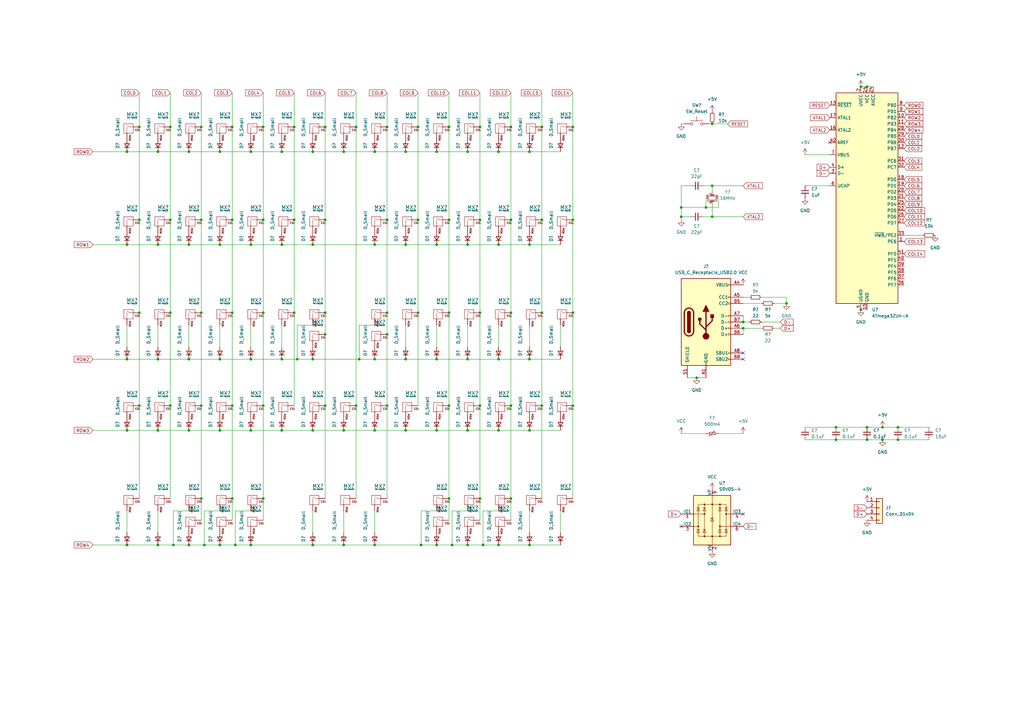
<source format=kicad_sch>
(kicad_sch (version 20211123) (generator eeschema)
  (paper "A3")
  (junction (at 353.06 127))
  (junction (at 82.55 52.07))
  (junction (at 353.06 35.56))
  (junction (at 102.87 62.23))
  (junction (at 95.25 52.07))
  (junction (at 222.25 90.17))
  (junction (at 166.37 147.32))
  (junction (at 82.55 90.17))
  (junction (at 279.4 88.9))
  (junction (at 69.85 90.17))
  (junction (at 217.17 100.33))
  (junction (at 166.37 176.53))
  (junction (at 120.65 90.17))
  (junction (at 120.65 128.27))
  (junction (at 69.85 128.27))
  (junction (at 153.67 147.32))
  (junction (at 185.42 223.52))
  (junction (at 171.45 128.27))
  (junction (at 102.87 223.52))
  (junction (at 209.55 204.47))
  (junction (at 204.47 147.32))
  (junction (at 355.6 35.56))
  (junction (at 191.77 176.53))
  (junction (at 322.58 124.46))
  (junction (at 292.1 88.9))
  (junction (at 52.07 100.33))
  (junction (at 209.55 128.27))
  (junction (at 64.77 176.53))
  (junction (at 368.3 180.34))
  (junction (at 196.85 128.27))
  (junction (at 209.55 90.17))
  (junction (at 115.57 62.23))
  (junction (at 77.47 62.23))
  (junction (at 77.47 176.53))
  (junction (at 128.27 100.33))
  (junction (at 234.95 90.17))
  (junction (at 204.47 100.33))
  (junction (at 234.95 166.37))
  (junction (at 140.97 223.52))
  (junction (at 115.57 147.32))
  (junction (at 153.67 223.52))
  (junction (at 107.95 204.47))
  (junction (at 196.85 166.37))
  (junction (at 234.95 128.27))
  (junction (at 355.6 175.26))
  (junction (at 204.47 176.53))
  (junction (at 95.25 166.37))
  (junction (at 57.15 52.07))
  (junction (at 107.95 128.27))
  (junction (at 222.25 166.37))
  (junction (at 133.35 52.07))
  (junction (at 204.47 62.23))
  (junction (at 57.15 166.37))
  (junction (at 153.67 176.53))
  (junction (at 153.67 62.23))
  (junction (at 184.15 90.17))
  (junction (at 196.85 52.07))
  (junction (at 158.75 52.07))
  (junction (at 71.12 223.52))
  (junction (at 77.47 100.33))
  (junction (at 166.37 100.33))
  (junction (at 52.07 147.32))
  (junction (at 179.07 223.52))
  (junction (at 153.67 100.33))
  (junction (at 184.15 128.27))
  (junction (at 361.95 180.34))
  (junction (at 217.17 223.52))
  (junction (at 191.77 147.32))
  (junction (at 146.05 52.07))
  (junction (at 90.17 100.33))
  (junction (at 90.17 62.23))
  (junction (at 77.47 147.32))
  (junction (at 158.75 166.37))
  (junction (at 147.32 147.32))
  (junction (at 171.45 52.07))
  (junction (at 217.17 62.23))
  (junction (at 95.25 128.27))
  (junction (at 158.75 90.17))
  (junction (at 196.85 90.17))
  (junction (at 361.95 175.26))
  (junction (at 166.37 62.23))
  (junction (at 209.55 52.07))
  (junction (at 179.07 176.53))
  (junction (at 52.07 223.52))
  (junction (at 140.97 62.23))
  (junction (at 128.27 223.52))
  (junction (at 82.55 166.37))
  (junction (at 146.05 166.37))
  (junction (at 209.55 166.37))
  (junction (at 179.07 100.33))
  (junction (at 184.15 204.47))
  (junction (at 172.72 223.52))
  (junction (at 64.77 62.23))
  (junction (at 90.17 147.32))
  (junction (at 140.97 176.53))
  (junction (at 342.9 175.26))
  (junction (at 191.77 100.33))
  (junction (at 90.17 176.53))
  (junction (at 115.57 100.33))
  (junction (at 279.4 85.09))
  (junction (at 82.55 204.47))
  (junction (at 158.75 128.27))
  (junction (at 304.8 134.62))
  (junction (at 133.35 137.16))
  (junction (at 217.17 176.53))
  (junction (at 204.47 223.52))
  (junction (at 102.87 100.33))
  (junction (at 133.35 90.17))
  (junction (at 52.07 62.23))
  (junction (at 128.27 147.32))
  (junction (at 57.15 128.27))
  (junction (at 304.8 132.08))
  (junction (at 191.77 62.23))
  (junction (at 234.95 52.07))
  (junction (at 196.85 204.47))
  (junction (at 222.25 52.07))
  (junction (at 289.56 85.09))
  (junction (at 217.17 147.32))
  (junction (at 115.57 176.53))
  (junction (at 292.1 76.2))
  (junction (at 355.6 180.34))
  (junction (at 184.15 52.07))
  (junction (at 198.12 223.52))
  (junction (at 102.87 176.53))
  (junction (at 96.52 223.52))
  (junction (at 342.9 180.34))
  (junction (at 57.15 90.17))
  (junction (at 90.17 223.52))
  (junction (at 64.77 100.33))
  (junction (at 179.07 62.23))
  (junction (at 184.15 166.37))
  (junction (at 171.45 90.17))
  (junction (at 107.95 52.07))
  (junction (at 102.87 147.32))
  (junction (at 285.75 154.94))
  (junction (at 120.65 52.07))
  (junction (at 69.85 52.07))
  (junction (at 158.75 137.16))
  (junction (at 52.07 176.53))
  (junction (at 179.07 147.32))
  (junction (at 82.55 128.27))
  (junction (at 368.3 175.26))
  (junction (at 191.77 223.52))
  (junction (at 64.77 147.32))
  (junction (at 107.95 166.37))
  (junction (at 121.92 147.32))
  (junction (at 128.27 176.53))
  (junction (at 95.25 90.17))
  (junction (at 292.1 50.8))
  (junction (at 222.25 128.27))
  (junction (at 83.82 223.52))
  (junction (at 128.27 62.23))
  (junction (at 107.95 90.17))
  (junction (at 95.25 204.47))
  (junction (at 133.35 128.27))
  (junction (at 77.47 223.52))
  (junction (at 64.77 223.52))
  (junction (at 133.35 166.37))
  (junction (at 69.85 166.37))
  (no_connect (at 279.4 215.9))
  (no_connect (at 340.36 58.42))
  (no_connect (at 304.8 147.32))
  (no_connect (at 304.8 210.82))
  (no_connect (at 304.8 144.78))
  (wire (pts (xy 90.17 62.23) (xy 77.47 62.23)))
  (wire (pts (xy 179.07 223.52) (xy 185.42 223.52)))
  (wire (pts (xy 71.12 209.55) (xy 71.12 223.52)))
  (wire (pts (xy 217.17 142.24) (xy 217.17 133.35)))
  (wire (pts (xy 120.65 90.17) (xy 120.65 128.27)))
  (wire (pts (xy 133.35 90.17) (xy 133.35 128.27)))
  (wire (pts (xy 158.75 38.1) (xy 158.75 52.07)))
  (wire (pts (xy 158.75 137.16) (xy 158.75 166.37)))
  (wire (pts (xy 95.25 38.1) (xy 95.25 52.07)))
  (wire (pts (xy 294.64 177.8) (xy 304.8 177.8)))
  (wire (pts (xy 172.72 209.55) (xy 172.72 223.52)))
  (wire (pts (xy 281.94 154.94) (xy 285.75 154.94)))
  (wire (pts (xy 292.1 88.9) (xy 292.1 83.82)))
  (wire (pts (xy 198.12 223.52) (xy 204.47 223.52)))
  (wire (pts (xy 107.95 204.47) (xy 107.95 213.36)))
  (wire (pts (xy 147.32 147.32) (xy 153.67 147.32)))
  (wire (pts (xy 342.9 175.26) (xy 355.6 175.26)))
  (wire (pts (xy 330.2 63.5) (xy 340.36 63.5)))
  (wire (pts (xy 184.15 128.27) (xy 184.15 166.37)))
  (wire (pts (xy 196.85 90.17) (xy 196.85 128.27)))
  (wire (pts (xy 102.87 147.32) (xy 115.57 147.32)))
  (wire (pts (xy 289.56 81.28) (xy 289.56 85.09)))
  (wire (pts (xy 102.87 176.53) (xy 115.57 176.53)))
  (wire (pts (xy 90.17 209.55) (xy 83.82 209.55)))
  (wire (pts (xy 107.95 128.27) (xy 107.95 166.37)))
  (wire (pts (xy 209.55 52.07) (xy 209.55 90.17)))
  (wire (pts (xy 184.15 166.37) (xy 184.15 204.47)))
  (wire (pts (xy 285.75 154.94) (xy 289.56 154.94)))
  (wire (pts (xy 146.05 38.1) (xy 146.05 52.07)))
  (wire (pts (xy 64.77 223.52) (xy 71.12 223.52)))
  (wire (pts (xy 115.57 176.53) (xy 128.27 176.53)))
  (wire (pts (xy 128.27 218.44) (xy 128.27 209.55)))
  (wire (pts (xy 77.47 100.33) (xy 90.17 100.33)))
  (wire (pts (xy 57.15 128.27) (xy 57.15 166.37)))
  (wire (pts (xy 330.2 76.2) (xy 340.36 76.2)))
  (wire (pts (xy 198.12 209.55) (xy 198.12 223.52)))
  (wire (pts (xy 288.29 76.2) (xy 292.1 76.2)))
  (wire (pts (xy 368.3 175.26) (xy 381 175.26)))
  (wire (pts (xy 82.55 128.27) (xy 82.55 166.37)))
  (wire (pts (xy 196.85 38.1) (xy 196.85 52.07)))
  (wire (pts (xy 191.77 223.52) (xy 198.12 223.52)))
  (wire (pts (xy 191.77 100.33) (xy 204.47 100.33)))
  (wire (pts (xy 158.75 52.07) (xy 158.75 90.17)))
  (wire (pts (xy 120.65 38.1) (xy 120.65 52.07)))
  (wire (pts (xy 279.4 85.09) (xy 279.4 88.9)))
  (wire (pts (xy 166.37 147.32) (xy 179.07 147.32)))
  (wire (pts (xy 204.47 100.33) (xy 217.17 100.33)))
  (wire (pts (xy 38.1 147.32) (xy 52.07 147.32)))
  (wire (pts (xy 57.15 38.1) (xy 57.15 52.07)))
  (wire (pts (xy 120.65 52.07) (xy 120.65 90.17)))
  (wire (pts (xy 196.85 52.07) (xy 196.85 90.17)))
  (wire (pts (xy 107.95 52.07) (xy 107.95 90.17)))
  (wire (pts (xy 355.6 35.56) (xy 358.14 35.56)))
  (wire (pts (xy 361.95 180.34) (xy 368.3 180.34)))
  (wire (pts (xy 204.47 142.24) (xy 204.47 133.35)))
  (wire (pts (xy 307.34 132.08) (xy 304.8 132.08)))
  (wire (pts (xy 140.97 62.23) (xy 128.27 62.23)))
  (wire (pts (xy 342.9 180.34) (xy 355.6 180.34)))
  (wire (pts (xy 378.46 96.52) (xy 370.84 96.52)))
  (wire (pts (xy 292.1 76.2) (xy 304.8 76.2)))
  (wire (pts (xy 234.95 166.37) (xy 234.95 204.47)))
  (wire (pts (xy 209.55 166.37) (xy 209.55 204.47)))
  (wire (pts (xy 52.07 100.33) (xy 64.77 100.33)))
  (wire (pts (xy 82.55 38.1) (xy 82.55 52.07)))
  (wire (pts (xy 298.45 50.8) (xy 292.1 50.8)))
  (wire (pts (xy 96.52 223.52) (xy 102.87 223.52)))
  (wire (pts (xy 102.87 62.23) (xy 90.17 62.23)))
  (wire (pts (xy 77.47 223.52) (xy 83.82 223.52)))
  (wire (pts (xy 317.5 124.46) (xy 322.58 124.46)))
  (wire (pts (xy 52.07 223.52) (xy 64.77 223.52)))
  (wire (pts (xy 217.17 218.44) (xy 217.17 209.55)))
  (wire (pts (xy 140.97 218.44) (xy 140.97 209.55)))
  (wire (pts (xy 133.35 52.07) (xy 133.35 90.17)))
  (wire (pts (xy 234.95 38.1) (xy 234.95 52.07)))
  (wire (pts (xy 229.87 142.24) (xy 229.87 133.35)))
  (wire (pts (xy 307.34 121.92) (xy 304.8 121.92)))
  (wire (pts (xy 69.85 128.27) (xy 69.85 166.37)))
  (wire (pts (xy 330.2 180.34) (xy 342.9 180.34)))
  (wire (pts (xy 64.77 176.53) (xy 77.47 176.53)))
  (wire (pts (xy 191.77 176.53) (xy 204.47 176.53)))
  (wire (pts (xy 184.15 38.1) (xy 184.15 52.07)))
  (wire (pts (xy 77.47 62.23) (xy 64.77 62.23)))
  (wire (pts (xy 290.83 50.8) (xy 292.1 50.8)))
  (wire (pts (xy 102.87 209.55) (xy 96.52 209.55)))
  (wire (pts (xy 217.17 176.53) (xy 229.87 176.53)))
  (wire (pts (xy 102.87 100.33) (xy 115.57 100.33)))
  (wire (pts (xy 191.77 62.23) (xy 179.07 62.23)))
  (wire (pts (xy 82.55 204.47) (xy 82.55 213.36)))
  (wire (pts (xy 320.04 134.62) (xy 317.5 134.62)))
  (wire (pts (xy 128.27 62.23) (xy 115.57 62.23)))
  (wire (pts (xy 158.75 128.27) (xy 158.75 137.16)))
  (wire (pts (xy 96.52 209.55) (xy 96.52 223.52)))
  (wire (pts (xy 82.55 166.37) (xy 82.55 204.47)))
  (wire (pts (xy 312.42 134.62) (xy 304.8 134.62)))
  (wire (pts (xy 229.87 218.44) (xy 229.87 209.55)))
  (wire (pts (xy 184.15 204.47) (xy 184.15 213.36)))
  (wire (pts (xy 353.06 127) (xy 355.6 127)))
  (wire (pts (xy 204.47 209.55) (xy 198.12 209.55)))
  (wire (pts (xy 279.4 85.09) (xy 289.56 85.09)))
  (wire (pts (xy 234.95 52.07) (xy 234.95 90.17)))
  (wire (pts (xy 52.07 218.44) (xy 52.07 209.55)))
  (wire (pts (xy 304.8 134.62) (xy 304.8 137.16)))
  (wire (pts (xy 38.1 223.52) (xy 52.07 223.52)))
  (wire (pts (xy 179.07 62.23) (xy 166.37 62.23)))
  (wire (pts (xy 57.15 166.37) (xy 57.15 204.47)))
  (wire (pts (xy 133.35 38.1) (xy 133.35 52.07)))
  (wire (pts (xy 107.95 90.17) (xy 107.95 128.27)))
  (wire (pts (xy 102.87 142.24) (xy 102.87 133.35)))
  (wire (pts (xy 171.45 90.17) (xy 171.45 128.27)))
  (wire (pts (xy 222.25 90.17) (xy 222.25 128.27)))
  (wire (pts (xy 102.87 223.52) (xy 128.27 223.52)))
  (wire (pts (xy 217.17 62.23) (xy 204.47 62.23)))
  (wire (pts (xy 95.25 90.17) (xy 95.25 128.27)))
  (wire (pts (xy 292.1 76.2) (xy 292.1 78.74)))
  (wire (pts (xy 196.85 204.47) (xy 196.85 213.36)))
  (wire (pts (xy 355.6 175.26) (xy 361.95 175.26)))
  (wire (pts (xy 355.6 180.34) (xy 361.95 180.34)))
  (wire (pts (xy 57.15 90.17) (xy 57.15 128.27)))
  (wire (pts (xy 179.07 147.32) (xy 191.77 147.32)))
  (wire (pts (xy 82.55 90.17) (xy 82.55 128.27)))
  (wire (pts (xy 322.58 121.92) (xy 322.58 124.46)))
  (wire (pts (xy 52.07 142.24) (xy 52.07 133.35)))
  (wire (pts (xy 292.1 88.9) (xy 304.8 88.9)))
  (wire (pts (xy 133.35 166.37) (xy 133.35 204.47)))
  (wire (pts (xy 153.67 100.33) (xy 166.37 100.33)))
  (wire (pts (xy 95.25 52.07) (xy 95.25 90.17)))
  (wire (pts (xy 179.07 100.33) (xy 191.77 100.33)))
  (wire (pts (xy 128.27 223.52) (xy 140.97 223.52)))
  (wire (pts (xy 368.3 180.34) (xy 381 180.34)))
  (wire (pts (xy 52.07 147.32) (xy 64.77 147.32)))
  (wire (pts (xy 52.07 176.53) (xy 64.77 176.53)))
  (wire (pts (xy 95.25 204.47) (xy 95.25 213.36)))
  (wire (pts (xy 166.37 176.53) (xy 179.07 176.53)))
  (wire (pts (xy 209.55 90.17) (xy 209.55 128.27)))
  (wire (pts (xy 222.25 166.37) (xy 222.25 204.47)))
  (wire (pts (xy 185.42 223.52) (xy 191.77 223.52)))
  (wire (pts (xy 115.57 62.23) (xy 102.87 62.23)))
  (wire (pts (xy 77.47 209.55) (xy 71.12 209.55)))
  (wire (pts (xy 69.85 166.37) (xy 69.85 204.47)))
  (wire (pts (xy 361.95 175.26) (xy 368.3 175.26)))
  (wire (pts (xy 171.45 38.1) (xy 171.45 52.07)))
  (wire (pts (xy 171.45 128.27) (xy 171.45 166.37)))
  (wire (pts (xy 158.75 166.37) (xy 158.75 204.47)))
  (wire (pts (xy 52.07 62.23) (xy 38.1 62.23)))
  (wire (pts (xy 69.85 52.07) (xy 69.85 90.17)))
  (wire (pts (xy 121.92 133.35) (xy 121.92 147.32)))
  (wire (pts (xy 229.87 62.23) (xy 217.17 62.23)))
  (wire (pts (xy 153.67 218.44) (xy 153.67 209.55)))
  (wire (pts (xy 209.55 204.47) (xy 209.55 213.36)))
  (wire (pts (xy 330.2 175.26) (xy 342.9 175.26)))
  (wire (pts (xy 204.47 147.32) (xy 217.17 147.32)))
  (wire (pts (xy 166.37 142.24) (xy 166.37 133.35)))
  (wire (pts (xy 184.15 52.07) (xy 184.15 90.17)))
  (wire (pts (xy 133.35 128.27) (xy 133.35 137.16)))
  (wire (pts (xy 171.45 52.07) (xy 171.45 90.17)))
  (wire (pts (xy 179.07 176.53) (xy 191.77 176.53)))
  (wire (pts (xy 147.32 133.35) (xy 147.32 147.32)))
  (wire (pts (xy 204.47 176.53) (xy 217.17 176.53)))
  (wire (pts (xy 153.67 176.53) (xy 166.37 176.53)))
  (wire (pts (xy 279.4 90.17) (xy 279.4 88.9)))
  (wire (pts (xy 234.95 128.27) (xy 234.95 166.37)))
  (wire (pts (xy 191.77 142.24) (xy 191.77 133.35)))
  (wire (pts (xy 353.06 35.56) (xy 355.6 35.56)))
  (wire (pts (xy 196.85 166.37) (xy 196.85 204.47)))
  (wire (pts (xy 95.25 128.27) (xy 95.25 166.37)))
  (wire (pts (xy 191.77 147.32) (xy 204.47 147.32)))
  (wire (pts (xy 158.75 90.17) (xy 158.75 128.27)))
  (wire (pts (xy 279.4 177.8) (xy 289.56 177.8)))
  (wire (pts (xy 77.47 147.32) (xy 90.17 147.32)))
  (wire (pts (xy 217.17 223.52) (xy 229.87 223.52)))
  (wire (pts (xy 179.07 209.55) (xy 172.72 209.55)))
  (wire (pts (xy 222.25 38.1) (xy 222.25 52.07)))
  (wire (pts (xy 115.57 142.24) (xy 115.57 133.35)))
  (wire (pts (xy 128.27 133.35) (xy 121.92 133.35)))
  (wire (pts (xy 115.57 147.32) (xy 121.92 147.32)))
  (wire (pts (xy 304.8 129.54) (xy 304.8 132.08)))
  (wire (pts (xy 69.85 38.1) (xy 69.85 52.07)))
  (wire (pts (xy 320.04 132.08) (xy 312.42 132.08)))
  (wire (pts (xy 222.25 52.07) (xy 222.25 90.17)))
  (wire (pts (xy 146.05 166.37) (xy 146.05 204.47)))
  (wire (pts (xy 292.1 88.9) (xy 288.29 88.9)))
  (wire (pts (xy 90.17 176.53) (xy 102.87 176.53)))
  (wire (pts (xy 196.85 128.27) (xy 196.85 166.37)))
  (wire (pts (xy 38.1 100.33) (xy 52.07 100.33)))
  (wire (pts (xy 279.4 76.2) (xy 283.21 76.2)))
  (wire (pts (xy 64.77 147.32) (xy 77.47 147.32)))
  (wire (pts (xy 294.64 81.28) (xy 294.64 85.09)))
  (wire (pts (xy 128.27 147.32) (xy 147.32 147.32)))
  (wire (pts (xy 153.67 133.35) (xy 147.32 133.35)))
  (wire (pts (xy 179.07 142.24) (xy 179.07 133.35)))
  (wire (pts (xy 120.65 128.27) (xy 120.65 166.37)))
  (wire (pts (xy 90.17 142.24) (xy 90.17 133.35)))
  (wire (pts (xy 283.21 88.9) (xy 279.4 88.9)))
  (wire (pts (xy 140.97 223.52) (xy 153.67 223.52)))
  (wire (pts (xy 82.55 52.07) (xy 82.55 90.17)))
  (wire (pts (xy 69.85 90.17) (xy 69.85 128.27)))
  (wire (pts (xy 64.77 142.24) (xy 64.77 133.35)))
  (wire (pts (xy 153.67 62.23) (xy 140.97 62.23)))
  (wire (pts (xy 209.55 128.27) (xy 209.55 166.37)))
  (wire (pts (xy 204.47 62.23) (xy 191.77 62.23)))
  (wire (pts (xy 153.67 147.32) (xy 166.37 147.32)))
  (wire (pts (xy 153.67 223.52) (xy 172.72 223.52)))
  (wire (pts (xy 77.47 176.53) (xy 90.17 176.53)))
  (wire (pts (xy 64.77 100.33) (xy 77.47 100.33)))
  (wire (pts (xy 133.35 137.16) (xy 133.35 166.37)))
  (wire (pts (xy 64.77 218.44) (xy 64.77 209.55)))
  (wire (pts (xy 185.42 209.55) (xy 185.42 223.52)))
  (wire (pts (xy 289.56 85.09) (xy 294.64 85.09)))
  (wire (pts (xy 128.27 176.53) (xy 140.97 176.53)))
  (wire (pts (xy 38.1 176.53) (xy 52.07 176.53)))
  (wire (pts (xy 209.55 38.1) (xy 209.55 52.07)))
  (wire (pts (xy 83.82 223.52) (xy 90.17 223.52)))
  (wire (pts (xy 312.42 121.92) (xy 322.58 121.92)))
  (wire (pts (xy 90.17 147.32) (xy 102.87 147.32)))
  (wire (pts (xy 204.47 223.52) (xy 217.17 223.52)))
  (wire (pts (xy 107.95 166.37) (xy 107.95 204.47)))
  (wire (pts (xy 140.97 176.53) (xy 153.67 176.53)))
  (wire (pts (xy 184.15 90.17) (xy 184.15 128.27)))
  (wire (pts (xy 128.27 100.33) (xy 153.67 100.33)))
  (wire (pts (xy 57.15 52.07) (xy 57.15 90.17)))
  (wire (pts (xy 191.77 209.55) (xy 185.42 209.55)))
  (wire (pts (xy 172.72 223.52) (xy 179.07 223.52)))
  (wire (pts (xy 121.92 147.32) (xy 128.27 147.32)))
  (wire (pts (xy 90.17 223.52) (xy 96.52 223.52)))
  (wire (pts (xy 146.05 52.07) (xy 146.05 166.37)))
  (wire (pts (xy 166.37 100.33) (xy 179.07 100.33)))
  (wire (pts (xy 83.82 209.55) (xy 83.82 223.52)))
  (wire (pts (xy 234.95 90.17) (xy 234.95 128.27)))
  (wire (pts (xy 115.57 100.33) (xy 128.27 100.33)))
  (wire (pts (xy 280.67 50.8) (xy 279.4 50.8)))
  (wire (pts (xy 95.25 166.37) (xy 95.25 204.47)))
  (wire (pts (xy 279.4 76.2) (xy 279.4 85.09)))
  (wire (pts (xy 166.37 62.23) (xy 153.67 62.23)))
  (wire (pts (xy 217.17 100.33) (xy 229.87 100.33)))
  (wire (pts (xy 312.42 124.46) (xy 304.8 124.46)))
  (wire (pts (xy 107.95 38.1) (xy 107.95 52.07)))
  (wire (pts (xy 77.47 142.24) (xy 77.47 133.35)))
  (wire (pts (xy 217.17 147.32) (xy 229.87 147.32)))
  (wire (pts (xy 90.17 100.33) (xy 102.87 100.33)))
  (wire (pts (xy 64.77 62.23) (xy 52.07 62.23)))
  (wire (pts (xy 222.25 128.27) (xy 222.25 166.37)))
  (wire (pts (xy 71.12 223.52) (xy 77.47 223.52)))
  (global_label "D-" (shape input) (at 355.6 208.28 180) (property "Intersheet References" "${INTERSHEET_REFS}" (effects hide)))
  (global_label "COL13" (shape input) (at 222.25 38.1 180) (property "Intersheet References" "${INTERSHEET_REFS}" (effects hide)))
  (global_label "COL14" (shape input) (at 234.95 38.1 180) (property "Intersheet References" "${INTERSHEET_REFS}" (effects hide)))
  (global_label "COL8" (shape input) (at 158.75 38.1 180) (property "Intersheet References" "${INTERSHEET_REFS}" (effects hide)))
  (global_label "COL14" (shape input) (at 370.84 104.14 0) (property "Intersheet References" "${INTERSHEET_REFS}" (effects hide)))
  (global_label "COL0" (shape input) (at 370.84 55.88 0) (property "Intersheet References" "${INTERSHEET_REFS}" (effects hide)))
  (global_label "ROW3" (shape input) (at 370.84 50.8 0) (property "Intersheet References" "${INTERSHEET_REFS}" (effects hide)))
  (global_label "D-" (shape input) (at 340.36 71.12 180) (property "Intersheet References" "${INTERSHEET_REFS}" (effects hide)))
  (global_label "ROW3" (shape input) (at 38.1 176.53 180) (property "Intersheet References" "${INTERSHEET_REFS}" (effects hide)))
  (global_label "COL1" (shape input) (at 69.85 38.1 180) (property "Intersheet References" "${INTERSHEET_REFS}" (effects hide)))
  (global_label "COL4" (shape input) (at 107.95 38.1 180) (property "Intersheet References" "${INTERSHEET_REFS}" (effects hide)))
  (global_label "COL0" (shape input) (at 57.15 38.1 180) (property "Intersheet References" "${INTERSHEET_REFS}" (effects hide)))
  (global_label "ROW0" (shape input) (at 38.1 62.23 180) (property "Intersheet References" "${INTERSHEET_REFS}" (effects hide)))
  (global_label "COL3" (shape input) (at 370.84 66.04 0) (property "Intersheet References" "${INTERSHEET_REFS}" (effects hide)))
  (global_label "COL5" (shape input) (at 120.65 38.1 180) (property "Intersheet References" "${INTERSHEET_REFS}" (effects hide)))
  (global_label "RESET" (shape input) (at 340.36 43.18 180) (property "Intersheet References" "${INTERSHEET_REFS}" (effects hide)))
  (global_label "COL12" (shape input) (at 209.55 38.1 180) (property "Intersheet References" "${INTERSHEET_REFS}" (effects hide)))
  (global_label "COL11" (shape input) (at 196.85 38.1 180) (property "Intersheet References" "${INTERSHEET_REFS}" (effects hide)))
  (global_label "RESET" (shape input) (at 298.45 50.8 0) (property "Intersheet References" "${INTERSHEET_REFS}" (effects hide)))
  (global_label "COL11" (shape input) (at 370.84 88.9 0) (property "Intersheet References" "${INTERSHEET_REFS}" (effects hide)))
  (global_label "XTAL2" (shape input) (at 340.36 53.34 180) (property "Intersheet References" "${INTERSHEET_REFS}" (effects hide)))
  (global_label "COL6" (shape input) (at 370.84 76.2 0) (property "Intersheet References" "${INTERSHEET_REFS}" (effects hide)))
  (global_label "D-" (shape input) (at 320.04 132.08 0) (property "Intersheet References" "${INTERSHEET_REFS}" (effects hide)))
  (global_label "COL12" (shape input) (at 370.84 91.44 0) (property "Intersheet References" "${INTERSHEET_REFS}" (effects hide)))
  (global_label "COL8" (shape input) (at 370.84 81.28 0) (property "Intersheet References" "${INTERSHEET_REFS}" (effects hide)))
  (global_label "D+" (shape input) (at 279.4 210.82 180) (property "Intersheet References" "${INTERSHEET_REFS}" (effects hide)))
  (global_label "XTAL2" (shape input) (at 304.8 88.9 0) (property "Intersheet References" "${INTERSHEET_REFS}" (effects hide)))
  (global_label "D+" (shape input) (at 340.36 68.58 180) (property "Intersheet References" "${INTERSHEET_REFS}" (effects hide)))
  (global_label "ROW1" (shape input) (at 38.1 100.33 180) (property "Intersheet References" "${INTERSHEET_REFS}" (effects hide)))
  (global_label "XTAL1" (shape input) (at 340.36 48.26 180) (property "Intersheet References" "${INTERSHEET_REFS}" (effects hide)))
  (global_label "ROW2" (shape input) (at 370.84 48.26 0) (property "Intersheet References" "${INTERSHEET_REFS}" (effects hide)))
  (global_label "D+" (shape input) (at 320.04 134.62 0) (property "Intersheet References" "${INTERSHEET_REFS}" (effects hide)))
  (global_label "COL13" (shape input) (at 370.84 99.06 0) (property "Intersheet References" "${INTERSHEET_REFS}" (effects hide)))
  (global_label "ROW4" (shape input) (at 370.84 53.34 0) (property "Intersheet References" "${INTERSHEET_REFS}" (effects hide)))
  (global_label "ROW0" (shape input) (at 370.84 43.18 0) (property "Intersheet References" "${INTERSHEET_REFS}" (effects hide)))
  (global_label "COL2" (shape input) (at 82.55 38.1 180) (property "Intersheet References" "${INTERSHEET_REFS}" (effects hide)))
  (global_label "COL5" (shape input) (at 370.84 73.66 0) (property "Intersheet References" "${INTERSHEET_REFS}" (effects hide)))
  (global_label "COL9" (shape input) (at 370.84 83.82 0) (property "Intersheet References" "${INTERSHEET_REFS}" (effects hide)))
  (global_label "D+" (shape input) (at 355.6 210.82 180) (property "Intersheet References" "${INTERSHEET_REFS}" (effects hide)))
  (global_label "COL10" (shape input) (at 370.84 86.36 0) (property "Intersheet References" "${INTERSHEET_REFS}" (effects hide)))
  (global_label "COL4" (shape input) (at 370.84 68.58 0) (property "Intersheet References" "${INTERSHEET_REFS}" (effects hide)))
  (global_label "COL7" (shape input) (at 146.05 38.1 180) (property "Intersheet References" "${INTERSHEET_REFS}" (effects hide)))
  (global_label "ROW1" (shape input) (at 370.84 45.72 0) (property "Intersheet References" "${INTERSHEET_REFS}" (effects hide)))
  (global_label "COL10" (shape input) (at 184.15 38.1 180) (property "Intersheet References" "${INTERSHEET_REFS}" (effects hide)))
  (global_label "ROW4" (shape input) (at 38.1 223.52 180) (property "Intersheet References" "${INTERSHEET_REFS}" (effects hide)))
  (global_label "COL2" (shape input) (at 370.84 60.96 0) (property "Intersheet References" "${INTERSHEET_REFS}" (effects hide)))
  (global_label "XTAL1" (shape input) (at 304.8 76.2 0) (property "Intersheet References" "${INTERSHEET_REFS}" (effects hide)))
  (global_label "COL3" (shape input) (at 95.25 38.1 180) (property "Intersheet References" "${INTERSHEET_REFS}" (effects hide)))
  (global_label "ROW2" (shape input) (at 38.1 147.32 180) (property "Intersheet References" "${INTERSHEET_REFS}" (effects hide)))
  (global_label "COL6" (shape input) (at 133.35 38.1 180) (property "Intersheet References" "${INTERSHEET_REFS}" (effects hide)))
  (global_label "COL7" (shape input) (at 370.84 78.74 0) (property "Intersheet References" "${INTERSHEET_REFS}" (effects hide)))
  (global_label "COL1" (shape input) (at 370.84 58.42 0) (property "Intersheet References" "${INTERSHEET_REFS}" (effects hide)))
  (global_label "COL9" (shape input) (at 171.45 38.1 180) (property "Intersheet References" "${INTERSHEET_REFS}" (effects hide)))
  (global_label "D-" (shape input) (at 304.8 215.9 0) (property "Intersheet References" "${INTERSHEET_REFS}" (effects hide)))
  (symbol (lib_id "Device:D_Small") (at 77.47 97.79 90) (unit 1)
    (property "Reference" "D?" (at 73.66 96.52 0) (effects (justify right)))
    (property "Value" "D_Small" (at 73.66 86.36 0) (effects (justify right)))
  )
  (symbol (lib_id "Device:D_Small") (at 179.07 59.69 90) (unit 1)
    (property "Reference" "D?" (at 175.26 58.42 0) (effects (justify right)))
    (property "Value" "D_Small" (at 175.26 48.26 0) (effects (justify right)))
  )
  (symbol (lib_id "MX_Alps_Hybrid:MX-NoLED") (at 167.64 91.44 0) (unit 1)
    (property "Reference" "MX?" (at 168.5256 85.09 0) (effects (font (size 1.524 1.524))))
    (property "Value" "MX-NoLED" (at 168.5256 86.36 0) (effects (font (size 0.508 0.508))))
  )
  (symbol (lib_id "Device:D_Small") (at 128.27 97.79 90) (unit 1)
    (property "Reference" "D?" (at 124.46 96.52 0) (effects (justify right)))
    (property "Value" "D_Small" (at 124.46 86.36 0) (effects (justify right)))
  )
  (symbol (lib_id "Device:D_Small") (at 102.87 144.78 90) (unit 1)
    (property "Reference" "D?" (at 99.06 143.51 0) (effects (justify right)))
    (property "Value" "D_Small" (at 99.06 133.35 0) (effects (justify right)))
  )
  (symbol (lib_id "power:GND") (at 383.54 96.52 0) (unit 1)
    (property "Reference" "#PWR?" (effects hide))
    (property "Value" "GND" (at 383.54 101.6 0))
  )
  (symbol (lib_id "Device:D_Small") (at 166.37 144.78 90) (unit 1)
    (property "Reference" "D?" (at 162.56 143.51 0) (effects (justify right)))
    (property "Value" "D_Small" (at 162.56 133.35 0) (effects (justify right)))
  )
  (symbol (lib_id "Device:D_Small") (at 179.07 97.79 90) (unit 1)
    (property "Reference" "D?" (at 175.26 96.52 0) (effects (justify right)))
    (property "Value" "D_Small" (at 175.26 86.36 0) (effects (justify right)))
  )
  (symbol (lib_id "Device:C_Small") (at 285.75 76.2 90) (unit 1)
    (property "Reference" "C?" (at 285.7563 69.85 90))
    (property "Value" "22pF" (at 285.7563 72.39 90))
  )
  (symbol (lib_id "Device:D_Small") (at 229.87 59.69 90) (unit 1)
    (property "Reference" "D?" (at 226.06 58.42 0) (effects (justify right)))
    (property "Value" "D_Small" (at 226.06 48.26 0) (effects (justify right)))
  )
  (symbol (lib_id "MX_Alps_Hybrid:MX-NoLED") (at 231.14 129.54 0) (unit 1)
    (property "Reference" "MX?" (at 232.0256 123.19 0) (effects (font (size 1.524 1.524))))
    (property "Value" "MX-NoLED" (at 232.0256 124.46 0) (effects (font (size 0.508 0.508))))
  )
  (symbol (lib_id "MX_Alps_Hybrid:MX-NoLED") (at 193.04 53.34 0) (unit 1)
    (property "Reference" "MX?" (at 193.9256 46.99 0) (effects (font (size 1.524 1.524))))
    (property "Value" "MX-NoLED" (at 193.9256 48.26 0) (effects (font (size 0.508 0.508))))
  )
  (symbol (lib_id "MX_Alps_Hybrid:MX-NoLED") (at 78.74 214.63 0) (unit 1)
    (property "Reference" "MX?" (at 79.6256 208.28 0) (effects (font (size 1.524 1.524))))
    (property "Value" "MX-NoLED" (at 79.6256 209.55 0) (effects (font (size 0.508 0.508))))
  )
  (symbol (lib_id "MX_Alps_Hybrid:MX-NoLED") (at 66.04 53.34 0) (unit 1)
    (property "Reference" "MX?" (at 66.9256 46.99 0) (effects (font (size 1.524 1.524))))
    (property "Value" "MX-NoLED" (at 66.9256 48.26 0) (effects (font (size 0.508 0.508))))
  )
  (symbol (lib_id "power:GND") (at 279.4 90.17 0) (unit 1)
    (property "Reference" "#PWR?" (effects hide))
    (property "Value" "GND" (at 279.4 95.25 0))
  )
  (symbol (lib_id "MX_Alps_Hybrid:MX-NoLED") (at 129.54 167.64 0) (unit 1)
    (property "Reference" "MX?" (at 130.4256 161.29 0) (effects (font (size 1.524 1.524))))
    (property "Value" "MX-NoLED" (at 130.4256 162.56 0) (effects (font (size 0.508 0.508))))
  )
  (symbol (lib_id "MX_Alps_Hybrid:MX-NoLED") (at 193.04 214.63 0) (unit 1)
    (property "Reference" "MX?" (at 193.9256 208.28 0) (effects (font (size 1.524 1.524))))
    (property "Value" "MX-NoLED" (at 193.9256 209.55 0) (effects (font (size 0.508 0.508))))
  )
  (symbol (lib_id "Device:Polyfuse_Small") (at 292.1 177.8 90) (unit 1)
    (property "Reference" "F?" (at 292.1 171.45 90))
    (property "Value" "500mA" (at 292.1 173.99 90))
  )
  (symbol (lib_id "MX_Alps_Hybrid:MX-NoLED") (at 91.44 91.44 0) (unit 1)
    (property "Reference" "MX?" (at 92.3256 85.09 0) (effects (font (size 1.524 1.524))))
    (property "Value" "MX-NoLED" (at 92.3256 86.36 0) (effects (font (size 0.508 0.508))))
  )
  (symbol (lib_id "MX_Alps_Hybrid:MX-NoLED") (at 154.94 167.64 0) (unit 1)
    (property "Reference" "MX?" (at 155.8256 161.29 0) (effects (font (size 1.524 1.524))))
    (property "Value" "MX-NoLED" (at 155.8256 162.56 0) (effects (font (size 0.508 0.508))))
  )
  (symbol (lib_id "Device:D_Small") (at 102.87 59.69 90) (unit 1)
    (property "Reference" "D?" (at 99.06 58.42 0) (effects (justify right)))
    (property "Value" "D_Small" (at 99.06 48.26 0) (effects (justify right)))
  )
  (symbol (lib_id "power:+5V") (at 361.95 175.26 0) (unit 1)
    (property "Reference" "#PWR?" (effects hide))
    (property "Value" "+5V" (at 361.95 170.18 0))
  )
  (symbol (lib_id "Device:D_Small") (at 229.87 220.98 90) (unit 1)
    (property "Reference" "D?" (at 226.06 219.71 0) (effects (justify right)))
    (property "Value" "D_Small" (at 226.06 209.55 0) (effects (justify right)))
  )
  (symbol (lib_id "Device:D_Small") (at 179.07 173.99 90) (unit 1)
    (property "Reference" "D?" (at 175.26 172.72 0) (effects (justify right)))
    (property "Value" "D_Small" (at 175.26 162.56 0) (effects (justify right)))
  )
  (symbol (lib_id "Device:D_Small") (at 115.57 173.99 90) (unit 1)
    (property "Reference" "D?" (at 111.76 172.72 0) (effects (justify right)))
    (property "Value" "D_Small" (at 111.76 162.56 0) (effects (justify right)))
  )
  (symbol (lib_id "Power_Protection:SRV05-4") (at 292.1 213.36 0) (unit 1)
    (property "Reference" "U?" (at 294.8687 198.12 0) (effects (justify left)))
    (property "Value" "SRV05-4" (at 294.8687 200.66 0) (effects (justify left)))
    (property "Footprint" "Package_TO_SOT_SMD:SOT-23-6" (effects hide))
    (property "Datasheet" "http://www.onsemi.com/pub/Collateral/SRV05-4-D.PDF" (effects hide))
  )
  (symbol (lib_id "MX_Alps_Hybrid:MX-NoLED") (at 78.74 129.54 0) (unit 1)
    (property "Reference" "MX?" (at 79.6256 123.19 0) (effects (font (size 1.524 1.524))))
    (property "Value" "MX-NoLED" (at 79.6256 124.46 0) (effects (font (size 0.508 0.508))))
  )
  (symbol (lib_id "MX_Alps_Hybrid:MX-NoLED") (at 116.84 53.34 0) (unit 1)
    (property "Reference" "MX?" (at 117.7256 46.99 0) (effects (font (size 1.524 1.524))))
    (property "Value" "MX-NoLED" (at 117.7256 48.26 0) (effects (font (size 0.508 0.508))))
  )
  (symbol (lib_id "MX_Alps_Hybrid:MX-NoLED") (at 154.94 53.34 0) (unit 1)
    (property "Reference" "MX?" (at 155.8256 46.99 0) (effects (font (size 1.524 1.524))))
    (property "Value" "MX-NoLED" (at 155.8256 48.26 0) (effects (font (size 0.508 0.508))))
  )
  (symbol (lib_id "Device:D_Small") (at 191.77 144.78 90) (unit 1)
    (property "Reference" "D?" (at 187.96 143.51 0) (effects (justify right)))
    (property "Value" "D_Small" (at 187.96 133.35 0) (effects (justify right)))
  )
  (symbol (lib_id "MX_Alps_Hybrid:MX-NoLED") (at 91.44 205.74 0) (unit 1)
    (property "Reference" "MX?" (at 92.3256 199.39 0) (effects (font (size 1.524 1.524))))
    (property "Value" "MX-NoLED" (at 92.3256 200.66 0) (effects (font (size 0.508 0.508))))
  )
  (symbol (lib_id "MX_Alps_Hybrid:MX-NoLED") (at 129.54 138.43 0) (unit 1)
    (property "Reference" "MX?" (at 130.4256 132.08 0) (effects (font (size 1.524 1.524))))
    (property "Value" "MX-NoLED" (at 130.4256 133.35 0) (effects (font (size 0.508 0.508))))
  )
  (symbol (lib_id "Device:R_Small") (at 309.88 132.08 90) (unit 1)
    (property "Reference" "R?" (at 309.88 127 90))
    (property "Value" "22" (at 309.88 129.54 90))
  )
  (symbol (lib_id "Device:D_Small") (at 64.77 173.99 90) (unit 1)
    (property "Reference" "D?" (at 60.96 172.72 0) (effects (justify right)))
    (property "Value" "D_Small" (at 60.96 162.56 0) (effects (justify right)))
  )
  (symbol (lib_id "power:GND") (at 361.95 180.34 0) (unit 1)
    (property "Reference" "#PWR?" (effects hide))
    (property "Value" "GND" (at 361.95 185.42 0))
  )
  (symbol (lib_id "MX_Alps_Hybrid:MX-NoLED") (at 180.34 205.74 0) (unit 1)
    (property "Reference" "MX?" (at 181.2256 199.39 0) (effects (font (size 1.524 1.524))))
    (property "Value" "MX-NoLED" (at 181.2256 200.66 0) (effects (font (size 0.508 0.508))))
  )
  (symbol (lib_id "Device:D_Small") (at 153.67 173.99 90) (unit 1)
    (property "Reference" "D?" (at 149.86 172.72 0) (effects (justify right)))
    (property "Value" "D_Small" (at 149.86 162.56 0) (effects (justify right)))
  )
  (symbol (lib_id "Device:D_Small") (at 217.17 97.79 90) (unit 1)
    (property "Reference" "D?" (at 213.36 96.52 0) (effects (justify right)))
    (property "Value" "D_Small" (at 213.36 86.36 0) (effects (justify right)))
  )
  (symbol (lib_id "Connector:USB_C_Receptacle_USB2.0") (at 289.56 132.08 0) (unit 1)
    (property "Reference" "J?" (at 289.56 109.22 0))
    (property "Value" "USB_C_Receptacle_USB2.0" (at 289.56 111.76 0))
    (property "Datasheet" "https://www.usb.org/sites/default/files/documents/usb_type-c.zip" (effects hide))
  )
  (symbol (lib_id "Device:D_Small") (at 153.67 220.98 90) (unit 1)
    (property "Reference" "D?" (at 149.86 219.71 0) (effects (justify right)))
    (property "Value" "D_Small" (at 149.86 209.55 0) (effects (justify right)))
  )
  (symbol (lib_id "Device:D_Small") (at 90.17 173.99 90) (unit 1)
    (property "Reference" "D?" (at 86.36 172.72 0) (effects (justify right)))
    (property "Value" "D_Small" (at 86.36 162.56 0) (effects (justify right)))
  )
  (symbol (lib_id "Device:D_Small") (at 115.57 97.79 90) (unit 1)
    (property "Reference" "D?" (at 111.76 96.52 0) (effects (justify right)))
    (property "Value" "D_Small" (at 111.76 86.36 0) (effects (justify right)))
  )
  (symbol (lib_id "MX_Alps_Hybrid:MX-NoLED") (at 91.44 167.64 0) (unit 1)
    (property "Reference" "MX?" (at 92.3256 161.29 0) (effects (font (size 1.524 1.524))))
    (property "Value" "MX-NoLED" (at 92.3256 162.56 0) (effects (font (size 0.508 0.508))))
  )
  (symbol (lib_id "Device:D_Small") (at 52.07 173.99 90) (unit 1)
    (property "Reference" "D?" (at 48.26 172.72 0) (effects (justify right)))
    (property "Value" "D_Small" (at 48.26 162.56 0) (effects (justify right)))
  )
  (symbol (lib_id "MX_Alps_Hybrid:MX-NoLED") (at 129.54 53.34 0) (unit 1)
    (property "Reference" "MX?" (at 130.4256 46.99 0) (effects (font (size 1.524 1.524))))
    (property "Value" "MX-NoLED" (at 130.4256 48.26 0) (effects (font (size 0.508 0.508))))
  )
  (symbol (lib_id "power:VCC") (at 279.4 177.8 0) (unit 1)
    (property "Reference" "#PWR?" (effects hide))
    (property "Value" "VCC" (at 279.4 172.72 0))
  )
  (symbol (lib_id "MX_Alps_Hybrid:MX-NoLED") (at 167.64 167.64 0) (unit 1)
    (property "Reference" "MX?" (at 168.5256 161.29 0) (effects (font (size 1.524 1.524))))
    (property "Value" "MX-NoLED" (at 168.5256 162.56 0) (effects (font (size 0.508 0.508))))
  )
  (symbol (lib_id "MX_Alps_Hybrid:MX-NoLED") (at 218.44 53.34 0) (unit 1)
    (property "Reference" "MX?" (at 219.3256 46.99 0) (effects (font (size 1.524 1.524))))
    (property "Value" "MX-NoLED" (at 219.3256 48.26 0) (effects (font (size 0.508 0.508))))
  )
  (symbol (lib_id "MX_Alps_Hybrid:MX-NoLED") (at 104.14 129.54 0) (unit 1)
    (property "Reference" "MX?" (at 105.0256 123.19 0) (effects (font (size 1.524 1.524))))
    (property "Value" "MX-NoLED" (at 105.0256 124.46 0) (effects (font (size 0.508 0.508))))
  )
  (symbol (lib_id "Device:Crystal_GND24_Small") (at 292.1 81.28 270) (unit 1)
    (property "Reference" "Y?" (at 298.45 78.74 90))
    (property "Value" "16MHz" (at 298.45 81.28 90))
  )
  (symbol (lib_id "Device:D_Small") (at 204.47 220.98 90) (unit 1)
    (property "Reference" "D?" (at 200.66 219.71 0) (effects (justify right)))
    (property "Value" "D_Small" (at 200.66 209.55 0) (effects (justify right)))
  )
  (symbol (lib_id "MX_Alps_Hybrid:MX-NoLED") (at 91.44 53.34 0) (unit 1)
    (property "Reference" "MX?" (at 92.3256 46.99 0) (effects (font (size 1.524 1.524))))
    (property "Value" "MX-NoLED" (at 92.3256 48.26 0) (effects (font (size 0.508 0.508))))
  )
  (symbol (lib_id "Device:C_Small") (at 342.9 177.8 0) (unit 1)
    (property "Reference" "C?" (at 345.44 176.5362 0) (effects (justify left)))
    (property "Value" "0.1uF" (at 345.44 179.0762 0) (effects (justify left)))
  )
  (symbol (lib_id "power:GND") (at 322.58 124.46 0) (unit 1)
    (property "Reference" "#PWR?" (effects hide))
    (property "Value" "GND" (at 322.58 129.54 0))
  )
  (symbol (lib_id "MX_Alps_Hybrid:MX-NoLED") (at 53.34 205.74 0) (unit 1)
    (property "Reference" "MX?" (at 54.2256 199.39 0) (effects (font (size 1.524 1.524))))
    (property "Value" "MX-NoLED" (at 54.2256 200.66 0) (effects (font (size 0.508 0.508))))
  )
  (symbol (lib_id "MX_Alps_Hybrid:MX-NoLED") (at 154.94 138.43 0) (unit 1)
    (property "Reference" "MX?" (at 155.8256 132.08 0) (effects (font (size 1.524 1.524))))
    (property "Value" "MX-NoLED" (at 155.8256 133.35 0) (effects (font (size 0.508 0.508))))
  )
  (symbol (lib_id "Connector_Generic:Conn_01x04") (at 360.68 208.28 0) (unit 1)
    (property "Reference" "J?" (at 363.22 208.2799 0) (effects (justify left)))
    (property "Value" "Conn_01x04" (at 363.22 210.8199 0) (effects (justify left)))
  )
  (symbol (lib_id "MX_Alps_Hybrid:MX-NoLED") (at 218.44 205.74 0) (unit 1)
    (property "Reference" "MX?" (at 219.3256 199.39 0) (effects (font (size 1.524 1.524))))
    (property "Value" "MX-NoLED" (at 219.3256 200.66 0) (effects (font (size 0.508 0.508))))
  )
  (symbol (lib_id "Device:R_Small") (at 314.96 124.46 90) (unit 1)
    (property "Reference" "R?" (at 314.96 127 90))
    (property "Value" "5k" (at 314.96 129.54 90))
  )
  (symbol (lib_id "Device:C_Small") (at 355.6 177.8 0) (unit 1)
    (property "Reference" "C?" (at 358.14 176.5362 0) (effects (justify left)))
    (property "Value" "0.1uF" (at 358.14 179.0762 0) (effects (justify left)))
  )
  (symbol (lib_id "Device:D_Small") (at 217.17 173.99 90) (unit 1)
    (property "Reference" "D?" (at 213.36 172.72 0) (effects (justify right)))
    (property "Value" "D_Small" (at 213.36 162.56 0) (effects (justify right)))
  )
  (symbol (lib_id "MX_Alps_Hybrid:MX-NoLED") (at 180.34 91.44 0) (unit 1)
    (property "Reference" "MX?" (at 181.2256 85.09 0) (effects (font (size 1.524 1.524))))
    (property "Value" "MX-NoLED" (at 181.2256 86.36 0) (effects (font (size 0.508 0.508))))
  )
  (symbol (lib_id "Device:D_Small") (at 128.27 220.98 90) (unit 1)
    (property "Reference" "D?" (at 124.46 219.71 0) (effects (justify right)))
    (property "Value" "D_Small" (at 124.46 209.55 0) (effects (justify right)))
  )
  (symbol (lib_id "Device:D_Small") (at 64.77 220.98 90) (unit 1)
    (property "Reference" "D?" (at 60.96 219.71 0) (effects (justify right)))
    (property "Value" "D_Small" (at 60.96 209.55 0) (effects (justify right)))
  )
  (symbol (lib_id "Device:D_Small") (at 102.87 220.98 90) (unit 1)
    (property "Reference" "D?" (at 99.06 219.71 0) (effects (justify right)))
    (property "Value" "D_Small" (at 99.06 209.55 0) (effects (justify right)))
  )
  (symbol (lib_id "power:+5V") (at 355.6 205.74 0) (unit 1)
    (property "Reference" "#PWR?" (effects hide))
    (property "Value" "+5V" (at 355.6 200.66 0))
  )
  (symbol (lib_id "Device:R_Small") (at 309.88 121.92 90) (unit 1)
    (property "Reference" "R?" (at 309.88 116.84 90))
    (property "Value" "5k" (at 309.88 119.38 90))
  )
  (symbol (lib_id "power:+5V") (at 330.2 63.5 0) (unit 1)
    (property "Reference" "#PWR?" (effects hide))
    (property "Value" "+5V" (at 330.2 58.42 0))
  )
  (symbol (lib_id "Device:D_Small") (at 229.87 173.99 90) (unit 1)
    (property "Reference" "D?" (at 226.06 172.72 0) (effects (justify right)))
    (property "Value" "D_Small" (at 226.06 162.56 0) (effects (justify right)))
  )
  (symbol (lib_id "power:GND") (at 279.4 50.8 0) (unit 1)
    (property "Reference" "#PWR?" (effects hide))
    (property "Value" "GND" (at 279.4 55.88 0))
  )
  (symbol (lib_id "Device:D_Small") (at 217.17 59.69 90) (unit 1)
    (property "Reference" "D?" (at 213.36 58.42 0) (effects (justify right)))
    (property "Value" "D_Small" (at 213.36 48.26 0) (effects (justify right)))
  )
  (symbol (lib_id "Device:D_Small") (at 90.17 59.69 90) (unit 1)
    (property "Reference" "D?" (at 86.36 58.42 0) (effects (justify right)))
    (property "Value" "D_Small" (at 86.36 48.26 0) (effects (justify right)))
  )
  (symbol (lib_id "MX_Alps_Hybrid:MX-NoLED") (at 104.14 53.34 0) (unit 1)
    (property "Reference" "MX?" (at 105.0256 46.99 0) (effects (font (size 1.524 1.524))))
    (property "Value" "MX-NoLED" (at 105.0256 48.26 0) (effects (font (size 0.508 0.508))))
  )
  (symbol (lib_id "Device:D_Small") (at 229.87 97.79 90) (unit 1)
    (property "Reference" "D?" (at 226.06 96.52 0) (effects (justify right)))
    (property "Value" "D_Small" (at 226.06 86.36 0) (effects (justify right)))
  )
  (symbol (lib_id "MX_Alps_Hybrid:MX-NoLED") (at 66.04 129.54 0) (unit 1)
    (property "Reference" "MX?" (at 66.9256 123.19 0) (effects (font (size 1.524 1.524))))
    (property "Value" "MX-NoLED" (at 66.9256 124.46 0) (effects (font (size 0.508 0.508))))
  )
  (symbol (lib_id "Device:C_Small") (at 330.2 78.74 0) (unit 1)
    (property "Reference" "C?" (at 332.74 77.4762 0) (effects (justify left)))
    (property "Value" "1uF" (at 332.74 80.0162 0) (effects (justify left)))
  )
  (symbol (lib_id "MX_Alps_Hybrid:MX-NoLED") (at 116.84 91.44 0) (unit 1)
    (property "Reference" "MX?" (at 117.7256 85.09 0) (effects (font (size 1.524 1.524))))
    (property "Value" "MX-NoLED" (at 117.7256 86.36 0) (effects (font (size 0.508 0.508))))
  )
  (symbol (lib_id "Device:D_Small") (at 115.57 144.78 90) (unit 1)
    (property "Reference" "D?" (at 111.76 143.51 0) (effects (justify right)))
    (property "Value" "D_Small" (at 111.76 133.35 0) (effects (justify right)))
  )
  (symbol (lib_id "MX_Alps_Hybrid:MX-NoLED") (at 129.54 91.44 0) (unit 1)
    (property "Reference" "MX?" (at 130.4256 85.09 0) (effects (font (size 1.524 1.524))))
    (property "Value" "MX-NoLED" (at 130.4256 86.36 0) (effects (font (size 0.508 0.508))))
  )
  (symbol (lib_id "MX_Alps_Hybrid:MX-NoLED") (at 231.14 91.44 0) (unit 1)
    (property "Reference" "MX?" (at 232.0256 85.09 0) (effects (font (size 1.524 1.524))))
    (property "Value" "MX-NoLED" (at 232.0256 86.36 0) (effects (font (size 0.508 0.508))))
  )
  (symbol (lib_id "MX_Alps_Hybrid:MX-NoLED") (at 104.14 167.64 0) (unit 1)
    (property "Reference" "MX?" (at 105.0256 161.29 0) (effects (font (size 1.524 1.524))))
    (property "Value" "MX-NoLED" (at 105.0256 162.56 0) (effects (font (size 0.508 0.508))))
  )
  (symbol (lib_id "MX_Alps_Hybrid:MX-NoLED") (at 78.74 91.44 0) (unit 1)
    (property "Reference" "MX?" (at 79.6256 85.09 0) (effects (font (size 1.524 1.524))))
    (property "Value" "MX-NoLED" (at 79.6256 86.36 0) (effects (font (size 0.508 0.508))))
  )
  (symbol (lib_id "MX_Alps_Hybrid:MX-NoLED") (at 154.94 129.54 0) (unit 1)
    (property "Reference" "MX?" (at 155.8256 123.19 0) (effects (font (size 1.524 1.524))))
    (property "Value" "MX-NoLED" (at 155.8256 124.46 0) (effects (font (size 0.508 0.508))))
  )
  (symbol (lib_id "Device:D_Small") (at 191.77 97.79 90) (unit 1)
    (property "Reference" "D?" (at 187.96 96.52 0) (effects (justify right)))
    (property "Value" "D_Small" (at 187.96 86.36 0) (effects (justify right)))
  )
  (symbol (lib_id "MX_Alps_Hybrid:MX-NoLED") (at 205.74 214.63 0) (unit 1)
    (property "Reference" "MX?" (at 206.6256 208.28 0) (effects (font (size 1.524 1.524))))
    (property "Value" "MX-NoLED" (at 206.6256 209.55 0) (effects (font (size 0.508 0.508))))
  )
  (symbol (lib_id "MX_Alps_Hybrid:MX-NoLED") (at 116.84 129.54 0) (unit 1)
    (property "Reference" "MX?" (at 117.7256 123.19 0) (effects (font (size 1.524 1.524))))
    (property "Value" "MX-NoLED" (at 117.7256 124.46 0) (effects (font (size 0.508 0.508))))
  )
  (symbol (lib_id "MX_Alps_Hybrid:MX-NoLED") (at 53.34 129.54 0) (unit 1)
    (property "Reference" "MX?" (at 54.2256 123.19 0) (effects (font (size 1.524 1.524))))
    (property "Value" "MX-NoLED" (at 54.2256 124.46 0) (effects (font (size 0.508 0.508))))
  )
  (symbol (lib_id "Device:D_Small") (at 166.37 173.99 90) (unit 1)
    (property "Reference" "D?" (at 162.56 172.72 0) (effects (justify right)))
    (property "Value" "D_Small" (at 162.56 162.56 0) (effects (justify right)))
  )
  (symbol (lib_id "MX_Alps_Hybrid:MX-NoLED") (at 218.44 129.54 0) (unit 1)
    (property "Reference" "MX?" (at 219.3256 123.19 0) (effects (font (size 1.524 1.524))))
    (property "Value" "MX-NoLED" (at 219.3256 124.46 0) (effects (font (size 0.508 0.508))))
  )
  (symbol (lib_id "MX_Alps_Hybrid:MX-NoLED") (at 205.74 205.74 0) (unit 1)
    (property "Reference" "MX?" (at 206.6256 199.39 0) (effects (font (size 1.524 1.524))))
    (property "Value" "MX-NoLED" (at 206.6256 200.66 0) (effects (font (size 0.508 0.508))))
  )
  (symbol (lib_id "Device:D_Small") (at 52.07 59.69 90) (unit 1)
    (property "Reference" "D?" (at 48.26 58.42 0) (effects (justify right)))
    (property "Value" "D_Small" (at 48.26 48.26 0) (effects (justify right)))
  )
  (symbol (lib_id "MX_Alps_Hybrid:MX-NoLED") (at 205.74 129.54 0) (unit 1)
    (property "Reference" "MX?" (at 206.6256 123.19 0) (effects (font (size 1.524 1.524))))
    (property "Value" "MX-NoLED" (at 206.6256 124.46 0) (effects (font (size 0.508 0.508))))
  )
  (symbol (lib_id "MX_Alps_Hybrid:MX-NoLED") (at 193.04 91.44 0) (unit 1)
    (property "Reference" "MX?" (at 193.9256 85.09 0) (effects (font (size 1.524 1.524))))
    (property "Value" "MX-NoLED" (at 193.9256 86.36 0) (effects (font (size 0.508 0.508))))
  )
  (symbol (lib_id "Switch:SW_Push") (at 285.75 50.8 0) (unit 1)
    (property "Reference" "SW?" (at 285.75 43.18 0))
    (property "Value" "SW_Reset" (at 285.75 45.72 0))
  )
  (symbol (lib_id "Device:D_Small") (at 77.47 220.98 90) (unit 1)
    (property "Reference" "D?" (at 73.66 219.71 0) (effects (justify right)))
    (property "Value" "D_Small" (at 73.66 209.55 0) (effects (justify right)))
  )
  (symbol (lib_id "MX_Alps_Hybrid:MX-NoLED") (at 167.64 53.34 0) (unit 1)
    (property "Reference" "MX?" (at 168.5256 46.99 0) (effects (font (size 1.524 1.524))))
    (property "Value" "MX-NoLED" (at 168.5256 48.26 0) (effects (font (size 0.508 0.508))))
  )
  (symbol (lib_id "MX_Alps_Hybrid:MX-NoLED") (at 193.04 167.64 0) (unit 1)
    (property "Reference" "MX?" (at 193.9256 161.29 0) (effects (font (size 1.524 1.524))))
    (property "Value" "MX-NoLED" (at 193.9256 162.56 0) (effects (font (size 0.508 0.508))))
  )
  (symbol (lib_id "Device:D_Small") (at 217.17 220.98 90) (unit 1)
    (property "Reference" "D?" (at 213.36 219.71 0) (effects (justify right)))
    (property "Value" "D_Small" (at 213.36 209.55 0) (effects (justify right)))
  )
  (symbol (lib_id "Device:D_Small") (at 52.07 144.78 90) (unit 1)
    (property "Reference" "D?" (at 48.26 143.51 0) (effects (justify right)))
    (property "Value" "D_Small" (at 48.26 133.35 0) (effects (justify right)))
  )
  (symbol (lib_id "power:VCC") (at 292.1 200.66 0) (unit 1)
    (property "Reference" "#PWR?" (effects hide))
    (property "Value" "VCC" (at 292.1 195.58 0))
  )
  (symbol (lib_id "Device:D_Small") (at 64.77 144.78 90) (unit 1)
    (property "Reference" "D?" (at 60.96 143.51 0) (effects (justify right)))
    (property "Value" "D_Small" (at 60.96 133.35 0) (effects (justify right)))
  )
  (symbol (lib_id "Device:D_Small") (at 90.17 144.78 90) (unit 1)
    (property "Reference" "D?" (at 86.36 143.51 0) (effects (justify right)))
    (property "Value" "D_Small" (at 86.36 133.35 0) (effects (justify right)))
  )
  (symbol (lib_id "Device:D_Small") (at 204.47 59.69 90) (unit 1)
    (property "Reference" "D?" (at 200.66 58.42 0) (effects (justify right)))
    (property "Value" "D_Small" (at 200.66 48.26 0) (effects (justify right)))
  )
  (symbol (lib_id "Device:D_Small") (at 77.47 59.69 90) (unit 1)
    (property "Reference" "D?" (at 73.66 58.42 0) (effects (justify right)))
    (property "Value" "D_Small" (at 73.66 48.26 0) (effects (justify right)))
  )
  (symbol (lib_id "Device:C_Small") (at 368.3 177.8 0) (unit 1)
    (property "Reference" "C?" (at 370.84 176.5362 0) (effects (justify left)))
    (property "Value" "0.1uF" (at 370.84 179.0762 0) (effects (justify left)))
  )
  (symbol (lib_id "Device:R_Small") (at 314.96 134.62 90) (unit 1)
    (property "Reference" "R?" (at 314.96 137.16 90))
    (property "Value" "22" (at 314.96 139.7 90))
  )
  (symbol (lib_id "Device:D_Small") (at 179.07 220.98 90) (unit 1)
    (property "Reference" "D?" (at 175.26 219.71 0) (effects (justify right)))
    (property "Value" "D_Small" (at 175.26 209.55 0) (effects (justify right)))
  )
  (symbol (lib_id "Device:D_Small") (at 204.47 144.78 90) (unit 1)
    (property "Reference" "D?" (at 200.66 143.51 0) (effects (justify right)))
    (property "Value" "D_Small" (at 200.66 133.35 0) (effects (justify right)))
  )
  (symbol (lib_id "Device:D_Small") (at 179.07 144.78 90) (unit 1)
    (property "Reference" "D?" (at 175.26 143.51 0) (effects (justify right)))
    (property "Value" "D_Small" (at 175.26 133.35 0) (effects (justify right)))
  )
  (symbol (lib_id "MX_Alps_Hybrid:MX-NoLED") (at 154.94 205.74 0) (unit 1)
    (property "Reference" "MX?" (at 155.8256 199.39 0) (effects (font (size 1.524 1.524))))
    (property "Value" "MX-NoLED" (at 155.8256 200.66 0) (effects (font (size 0.508 0.508))))
  )
  (symbol (lib_id "MX_Alps_Hybrid:MX-NoLED") (at 231.14 205.74 0) (unit 1)
    (property "Reference" "MX?" (at 232.0256 199.39 0) (effects (font (size 1.524 1.524))))
    (property "Value" "MX-NoLED" (at 232.0256 200.66 0) (effects (font (size 0.508 0.508))))
  )
  (symbol (lib_id "MCU_Microchip_ATmega:ATmega32U4-A") (at 355.6 81.28 0) (unit 1)
    (property "Reference" "U?" (at 357.6194 127 0) (effects (justify left)))
    (property "Value" "ATmega32U4-A" (at 357.6194 129.54 0) (effects (justify left)))
    (property "Footprint" "Package_QFP:TQFP-44_10x10mm_P0.8mm" (effects hide))
    (property "Datasheet" "http://ww1.microchip.com/downloads/en/DeviceDoc/Atmel-7766-8-bit-AVR-ATmega16U4-32U4_Datasheet.pdf" (effects hide))
  )
  (symbol (lib_id "Device:D_Small") (at 166.37 97.79 90) (unit 1)
    (property "Reference" "D?" (at 162.56 96.52 0) (effects (justify right)))
    (property "Value" "D_Small" (at 162.56 86.36 0) (effects (justify right)))
  )
  (symbol (lib_id "Device:D_Small") (at 153.67 59.69 90) (unit 1)
    (property "Reference" "D?" (at 149.86 58.42 0) (effects (justify right)))
    (property "Value" "D_Small" (at 149.86 48.26 0) (effects (justify right)))
  )
  (symbol (lib_id "MX_Alps_Hybrid:MX-NoLED") (at 116.84 167.64 0) (unit 1)
    (property "Reference" "MX?" (at 117.7256 161.29 0) (effects (font (size 1.524 1.524))))
    (property "Value" "MX-NoLED" (at 117.7256 162.56 0) (effects (font (size 0.508 0.508))))
  )
  (symbol (lib_id "Device:D_Small") (at 204.47 173.99 90) (unit 1)
    (property "Reference" "D?" (at 200.66 172.72 0) (effects (justify right)))
    (property "Value" "D_Small" (at 200.66 162.56 0) (effects (justify right)))
  )
  (symbol (lib_id "Device:D_Small") (at 64.77 97.79 90) (unit 1)
    (property "Reference" "D?" (at 60.96 96.52 0) (effects (justify right)))
    (property "Value" "D_Small" (at 60.96 86.36 0) (effects (justify right)))
  )
  (symbol (lib_id "Device:C_Small") (at 330.2 177.8 0) (unit 1)
    (property "Reference" "C?" (at 332.74 176.5362 0) (effects (justify left)))
    (property "Value" "0.1uF" (at 332.74 179.0762 0) (effects (justify left)))
  )
  (symbol (lib_id "Device:D_Small") (at 102.87 173.99 90) (unit 1)
    (property "Reference" "D?" (at 99.06 172.72 0) (effects (justify right)))
    (property "Value" "D_Small" (at 99.06 162.56 0) (effects (justify right)))
  )
  (symbol (lib_id "MX_Alps_Hybrid:MX-NoLED") (at 104.14 214.63 0) (unit 1)
    (property "Reference" "MX?" (at 105.0256 208.28 0) (effects (font (size 1.524 1.524))))
    (property "Value" "MX-NoLED" (at 105.0256 209.55 0) (effects (font (size 0.508 0.508))))
  )
  (symbol (lib_id "power:GND") (at 285.75 154.94 0) (unit 1)
    (property "Reference" "#PWR?" (effects hide))
    (property "Value" "GND" (at 285.75 160.02 0))
  )
  (symbol (lib_id "MX_Alps_Hybrid:MX-NoLED") (at 91.44 214.63 0) (unit 1)
    (property "Reference" "MX?" (at 92.3256 208.28 0) (effects (font (size 1.524 1.524))))
    (property "Value" "MX-NoLED" (at 92.3256 209.55 0) (effects (font (size 0.508 0.508))))
  )
  (symbol (lib_id "Device:D_Small") (at 217.17 144.78 90) (unit 1)
    (property "Reference" "D?" (at 213.36 143.51 0) (effects (justify right)))
    (property "Value" "D_Small" (at 213.36 133.35 0) (effects (justify right)))
  )
  (symbol (lib_id "Device:D_Small") (at 140.97 173.99 90) (unit 1)
    (property "Reference" "D?" (at 137.16 172.72 0) (effects (justify right)))
    (property "Value" "D_Small" (at 137.16 162.56 0) (effects (justify right)))
  )
  (symbol (lib_id "Device:D_Small") (at 77.47 173.99 90) (unit 1)
    (property "Reference" "D?" (at 73.66 172.72 0) (effects (justify right)))
    (property "Value" "D_Small" (at 73.66 162.56 0) (effects (justify right)))
  )
  (symbol (lib_id "power:GND") (at 355.6 213.36 0) (unit 1)
    (property "Reference" "#PWR?" (effects hide))
    (property "Value" "GND" (at 355.6 218.44 0))
  )
  (symbol (lib_id "MX_Alps_Hybrid:MX-NoLED") (at 193.04 205.74 0) (unit 1)
    (property "Reference" "MX?" (at 193.9256 199.39 0) (effects (font (size 1.524 1.524))))
    (property "Value" "MX-NoLED" (at 193.9256 200.66 0) (effects (font (size 0.508 0.508))))
  )
  (symbol (lib_id "MX_Alps_Hybrid:MX-NoLED") (at 129.54 205.74 0) (unit 1)
    (property "Reference" "MX?" (at 130.4256 199.39 0) (effects (font (size 1.524 1.524))))
    (property "Value" "MX-NoLED" (at 130.4256 200.66 0) (effects (font (size 0.508 0.508))))
  )
  (symbol (lib_id "Device:D_Small") (at 128.27 144.78 90) (unit 1)
    (property "Reference" "D?" (at 124.46 143.51 0) (effects (justify right)))
    (property "Value" "D_Small" (at 124.46 133.35 0) (effects (justify right)))
  )
  (symbol (lib_id "MX_Alps_Hybrid:MX-NoLED") (at 180.34 214.63 0) (unit 1)
    (property "Reference" "MX?" (at 181.2256 208.28 0) (effects (font (size 1.524 1.524))))
    (property "Value" "MX-NoLED" (at 181.2256 209.55 0) (effects (font (size 0.508 0.508))))
  )
  (symbol (lib_id "power:GND") (at 353.06 127 0) (unit 1)
    (property "Reference" "#PWR?" (effects hide))
    (property "Value" "GND" (at 353.06 132.08 0))
  )
  (symbol (lib_id "MX_Alps_Hybrid:MX-NoLED") (at 66.04 167.64 0) (unit 1)
    (property "Reference" "MX?" (at 66.9256 161.29 0) (effects (font (size 1.524 1.524))))
    (property "Value" "MX-NoLED" (at 66.9256 162.56 0) (effects (font (size 0.508 0.508))))
  )
  (symbol (lib_id "MX_Alps_Hybrid:MX-NoLED") (at 205.74 53.34 0) (unit 1)
    (property "Reference" "MX?" (at 206.6256 46.99 0) (effects (font (size 1.524 1.524))))
    (property "Value" "MX-NoLED" (at 206.6256 48.26 0) (effects (font (size 0.508 0.508))))
  )
  (symbol (lib_id "MX_Alps_Hybrid:MX-NoLED") (at 78.74 53.34 0) (unit 1)
    (property "Reference" "MX?" (at 79.6256 46.99 0) (effects (font (size 1.524 1.524))))
    (property "Value" "MX-NoLED" (at 79.6256 48.26 0) (effects (font (size 0.508 0.508))))
  )
  (symbol (lib_id "power:GND") (at 330.2 81.28 0) (unit 1)
    (property "Reference" "#PWR?" (effects hide))
    (property "Value" "GND" (at 330.2 86.36 0))
  )
  (symbol (lib_id "Device:D_Small") (at 90.17 220.98 90) (unit 1)
    (property "Reference" "D?" (at 86.36 219.71 0) (effects (justify right)))
    (property "Value" "D_Small" (at 86.36 209.55 0) (effects (justify right)))
  )
  (symbol (lib_id "Device:D_Small") (at 52.07 97.79 90) (unit 1)
    (property "Reference" "D?" (at 48.26 96.52 0) (effects (justify right)))
    (property "Value" "D_Small" (at 48.26 86.36 0) (effects (justify right)))
  )
  (symbol (lib_id "Device:D_Small") (at 153.67 97.79 90) (unit 1)
    (property "Reference" "D?" (at 149.86 96.52 0) (effects (justify right)))
    (property "Value" "D_Small" (at 149.86 86.36 0) (effects (justify right)))
  )
  (symbol (lib_id "Device:D_Small") (at 153.67 144.78 90) (unit 1)
    (property "Reference" "D?" (at 149.86 143.51 0) (effects (justify right)))
    (property "Value" "D_Small" (at 149.86 133.35 0) (effects (justify right)))
  )
  (symbol (lib_id "MX_Alps_Hybrid:MX-NoLED") (at 78.74 167.64 0) (unit 1)
    (property "Reference" "MX?" (at 79.6256 161.29 0) (effects (font (size 1.524 1.524))))
    (property "Value" "MX-NoLED" (at 79.6256 162.56 0) (effects (font (size 0.508 0.508))))
  )
  (symbol (lib_id "MX_Alps_Hybrid:MX-NoLED") (at 53.34 53.34 0) (unit 1)
    (property "Reference" "MX?" (at 54.2256 46.99 0) (effects (font (size 1.524 1.524))))
    (property "Value" "MX-NoLED" (at 54.2256 48.26 0) (effects (font (size 0.508 0.508))))
  )
  (symbol (lib_id "MX_Alps_Hybrid:MX-NoLED") (at 129.54 129.54 0) (unit 1)
    (property "Reference" "MX?" (at 130.4256 123.19 0) (effects (font (size 1.524 1.524))))
    (property "Value" "MX-NoLED" (at 130.4256 124.46 0) (effects (font (size 0.508 0.508))))
  )
  (symbol (lib_id "Device:R_Small") (at 381 96.52 90) (unit 1)
    (property "Reference" "R?" (at 381 90.17 90))
    (property "Value" "10k" (at 381 92.71 90))
  )
  (symbol (lib_id "MX_Alps_Hybrid:MX-NoLED") (at 142.24 167.64 0) (unit 1)
    (property "Reference" "MX?" (at 143.1256 161.29 0) (effects (font (size 1.524 1.524))))
    (property "Value" "MX-NoLED" (at 143.1256 162.56 0) (effects (font (size 0.508 0.508))))
  )
  (symbol (lib_id "MX_Alps_Hybrid:MX-NoLED") (at 66.04 91.44 0) (unit 1)
    (property "Reference" "MX?" (at 66.9256 85.09 0) (effects (font (size 1.524 1.524))))
    (property "Value" "MX-NoLED" (at 66.9256 86.36 0) (effects (font (size 0.508 0.508))))
  )
  (symbol (lib_id "MX_Alps_Hybrid:MX-NoLED") (at 142.24 205.74 0) (unit 1)
    (property "Reference" "MX?" (at 143.1256 199.39 0) (effects (font (size 1.524 1.524))))
    (property "Value" "MX-NoLED" (at 143.1256 200.66 0) (effects (font (size 0.508 0.508))))
  )
  (symbol (lib_id "MX_Alps_Hybrid:MX-NoLED") (at 205.74 167.64 0) (unit 1)
    (property "Reference" "MX?" (at 206.6256 161.29 0) (effects (font (size 1.524 1.524))))
    (property "Value" "MX-NoLED" (at 206.6256 162.56 0) (effects (font (size 0.508 0.508))))
  )
  (symbol (lib_id "MX_Alps_Hybrid:MX-NoLED") (at 104.14 91.44 0) (unit 1)
    (property "Reference" "MX?" (at 105.0256 85.09 0) (effects (font (size 1.524 1.524))))
    (property "Value" "MX-NoLED" (at 105.0256 86.36 0) (effects (font (size 0.508 0.508))))
  )
  (symbol (lib_id "Device:D_Small") (at 191.77 59.69 90) (unit 1)
    (property "Reference" "D?" (at 187.96 58.42 0) (effects (justify right)))
    (property "Value" "D_Small" (at 187.96 48.26 0) (effects (justify right)))
  )
  (symbol (lib_id "MX_Alps_Hybrid:MX-NoLED") (at 66.04 205.74 0) (unit 1)
    (property "Reference" "MX?" (at 66.9256 199.39 0) (effects (font (size 1.524 1.524))))
    (property "Value" "MX-NoLED" (at 66.9256 200.66 0) (effects (font (size 0.508 0.508))))
  )
  (symbol (lib_id "Device:D_Small") (at 191.77 220.98 90) (unit 1)
    (property "Reference" "D?" (at 187.96 219.71 0) (effects (justify right)))
    (property "Value" "D_Small" (at 187.96 209.55 0) (effects (justify right)))
  )
  (symbol (lib_id "MX_Alps_Hybrid:MX-NoLED") (at 218.44 167.64 0) (unit 1)
    (property "Reference" "MX?" (at 219.3256 161.29 0) (effects (font (size 1.524 1.524))))
    (property "Value" "MX-NoLED" (at 219.3256 162.56 0) (effects (font (size 0.508 0.508))))
  )
  (symbol (lib_id "Device:D_Small") (at 102.87 97.79 90) (unit 1)
    (property "Reference" "D?" (at 99.06 96.52 0) (effects (justify right)))
    (property "Value" "D_Small" (at 99.06 86.36 0) (effects (justify right)))
  )
  (symbol (lib_id "power:VCC") (at 304.8 116.84 0) (unit 1)
    (property "Reference" "#PWR?" (effects hide))
    (property "Value" "VCC" (at 304.8 111.76 0))
  )
  (symbol (lib_id "MX_Alps_Hybrid:MX-NoLED") (at 53.34 91.44 0) (unit 1)
    (property "Reference" "MX?" (at 54.2256 85.09 0) (effects (font (size 1.524 1.524))))
    (property "Value" "MX-NoLED" (at 54.2256 86.36 0) (effects (font (size 0.508 0.508))))
  )
  (symbol (lib_id "MX_Alps_Hybrid:MX-NoLED") (at 142.24 53.34 0) (unit 1)
    (property "Reference" "MX?" (at 143.1256 46.99 0) (effects (font (size 1.524 1.524))))
    (property "Value" "MX-NoLED" (at 143.1256 48.26 0) (effects (font (size 0.508 0.508))))
  )
  (symbol (lib_id "MX_Alps_Hybrid:MX-NoLED") (at 180.34 129.54 0) (unit 1)
    (property "Reference" "MX?" (at 181.2256 123.19 0) (effects (font (size 1.524 1.524))))
    (property "Value" "MX-NoLED" (at 181.2256 124.46 0) (effects (font (size 0.508 0.508))))
  )
  (symbol (lib_id "MX_Alps_Hybrid:MX-NoLED") (at 205.74 91.44 0) (unit 1)
    (property "Reference" "MX?" (at 206.6256 85.09 0) (effects (font (size 1.524 1.524))))
    (property "Value" "MX-NoLED" (at 206.6256 86.36 0) (effects (font (size 0.508 0.508))))
  )
  (symbol (lib_id "Device:D_Small") (at 191.77 173.99 90) (unit 1)
    (property "Reference" "D?" (at 187.96 172.72 0) (effects (justify right)))
    (property "Value" "D_Small" (at 187.96 162.56 0) (effects (justify right)))
  )
  (symbol (lib_id "Device:C_Small") (at 285.75 88.9 90) (unit 1)
    (property "Reference" "C?" (at 285.75 92.71 90))
    (property "Value" "22pF" (at 285.75 95.25 90))
  )
  (symbol (lib_id "Device:D_Small") (at 77.47 144.78 90) (unit 1)
    (property "Reference" "D?" (at 73.66 143.51 0) (effects (justify right)))
    (property "Value" "D_Small" (at 73.66 133.35 0) (effects (justify right)))
  )
  (symbol (lib_id "Device:D_Small") (at 115.57 59.69 90) (unit 1)
    (property "Reference" "D?" (at 111.76 58.42 0) (effects (justify right)))
    (property "Value" "D_Small" (at 111.76 48.26 0) (effects (justify right)))
  )
  (symbol (lib_id "power:GND") (at 292.1 226.06 0) (unit 1)
    (property "Reference" "#PWR?" (effects hide))
    (property "Value" "GND" (at 292.1 231.14 0))
  )
  (symbol (lib_id "power:+5V") (at 292.1 45.72 0) (unit 1)
    (property "Reference" "#PWR?" (effects hide))
    (property "Value" "+5V" (at 292.1 40.64 0))
  )
  (symbol (lib_id "Device:R_Small") (at 292.1 48.26 180) (unit 1)
    (property "Reference" "R?" (at 294.64 46.9899 0) (effects (justify right)))
    (property "Value" "10k" (at 294.64 49.5299 0) (effects (justify right)))
  )
  (symbol (lib_id "MX_Alps_Hybrid:MX-NoLED") (at 231.14 53.34 0) (unit 1)
    (property "Reference" "MX?" (at 232.0256 46.99 0) (effects (font (size 1.524 1.524))))
    (property "Value" "MX-NoLED" (at 232.0256 48.26 0) (effects (font (size 0.508 0.508))))
  )
  (symbol (lib_id "Device:D_Small") (at 140.97 59.69 90) (unit 1)
    (property "Reference" "D?" (at 137.16 58.42 0) (effects (justify right)))
    (property "Value" "D_Small" (at 137.16 48.26 0) (effects (justify right)))
  )
  (symbol (lib_id "Device:D_Small") (at 128.27 173.99 90) (unit 1)
    (property "Reference" "D?" (at 124.46 172.72 0) (effects (justify right)))
    (property "Value" "D_Small" (at 124.46 162.56 0) (effects (justify right)))
  )
  (symbol (lib_id "Device:D_Small") (at 204.47 97.79 90) (unit 1)
    (property "Reference" "D?" (at 200.66 96.52 0) (effects (justify right)))
    (property "Value" "D_Small" (at 200.66 86.36 0) (effects (justify right)))
  )
  (symbol (lib_id "MX_Alps_Hybrid:MX-NoLED") (at 180.34 167.64 0) (unit 1)
    (property "Reference" "MX?" (at 181.2256 161.29 0) (effects (font (size 1.524 1.524))))
    (property "Value" "MX-NoLED" (at 181.2256 162.56 0) (effects (font (size 0.508 0.508))))
  )
  (symbol (lib_id "power:+5V") (at 353.06 35.56 0) (unit 1)
    (property "Reference" "#PWR?" (effects hide))
    (property "Value" "+5V" (at 353.06 30.48 0))
  )
  (symbol (lib_id "MX_Alps_Hybrid:MX-NoLED") (at 154.94 91.44 0) (unit 1)
    (property "Reference" "MX?" (at 155.8256 85.09 0) (effects (font (size 1.524 1.524))))
    (property "Value" "MX-NoLED" (at 155.8256 86.36 0) (effects (font (size 0.508 0.508))))
  )
  (symbol (lib_id "MX_Alps_Hybrid:MX-NoLED") (at 193.04 129.54 0) (unit 1)
    (property "Reference" "MX?" (at 193.9256 123.19 0) (effects (font (size 1.524 1.524))))
    (property "Value" "MX-NoLED" (at 193.9256 124.46 0) (effects (font (size 0.508 0.508))))
  )
  (symbol (lib_id "MX_Alps_Hybrid:MX-NoLED") (at 231.14 167.64 0) (unit 1)
    (property "Reference" "MX?" (at 232.0256 161.29 0) (effects (font (size 1.524 1.524))))
    (property "Value" "MX-NoLED" (at 232.0256 162.56 0) (effects (font (size 0.508 0.508))))
  )
  (symbol (lib_id "power:+5V") (at 304.8 177.8 0) (unit 1)
    (property "Reference" "#PWR?" (effects hide))
    (property "Value" "+5V" (at 304.8 172.72 0))
  )
  (symbol (lib_id "Device:D_Small") (at 166.37 59.69 90) (unit 1)
    (property "Reference" "D?" (at 162.56 58.42 0) (effects (justify right)))
    (property "Value" "D_Small" (at 162.56 48.26 0) (effects (justify right)))
  )
  (symbol (lib_id "MX_Alps_Hybrid:MX-NoLED") (at 53.34 167.64 0) (unit 1)
    (property "Reference" "MX?" (at 54.2256 161.29 0) (effects (font (size 1.524 1.524))))
    (property "Value" "MX-NoLED" (at 54.2256 162.56 0) (effects (font (size 0.508 0.508))))
  )
  (symbol (lib_id "Device:D_Small") (at 229.87 144.78 90) (unit 1)
    (property "Reference" "D?" (at 226.06 143.51 0) (effects (justify right)))
    (property "Value" "D_Small" (at 226.06 133.35 0) (effects (justify right)))
  )
  (symbol (lib_id "MX_Alps_Hybrid:MX-NoLED") (at 167.64 129.54 0) (unit 1)
    (property "Reference" "MX?" (at 168.5256 123.19 0) (effects (font (size 1.524 1.524))))
    (property "Value" "MX-NoLED" (at 168.5256 124.46 0) (effects (font (size 0.508 0.508))))
  )
  (symbol (lib_id "MX_Alps_Hybrid:MX-NoLED") (at 104.14 205.74 0) (unit 1)
    (property "Reference" "MX?" (at 105.0256 199.39 0) (effects (font (size 1.524 1.524))))
    (property "Value" "MX-NoLED" (at 105.0256 200.66 0) (effects (font (size 0.508 0.508))))
  )
  (symbol (lib_id "Device:C_Small") (at 381 177.8 0) (unit 1)
    (property "Reference" "C?" (at 383.54 176.5362 0) (effects (justify left)))
    (property "Value" "10uF" (at 383.54 179.0762 0) (effects (justify left)))
  )
  (symbol (lib_id "MX_Alps_Hybrid:MX-NoLED") (at 91.44 129.54 0) (unit 1)
    (property "Reference" "MX?" (at 92.3256 123.19 0) (effects (font (size 1.524 1.524))))
    (property "Value" "MX-NoLED" (at 92.3256 124.46 0) (effects (font (size 0.508 0.508))))
  )
  (symbol (lib_id "Device:D_Small") (at 128.27 59.69 90) (unit 1)
    (property "Reference" "D?" (at 124.46 58.42 0) (effects (justify right)))
    (property "Value" "D_Small" (at 124.46 48.26 0) (effects (justify right)))
  )
  (symbol (lib_id "MX_Alps_Hybrid:MX-NoLED") (at 78.74 205.74 0) (unit 1)
    (property "Reference" "MX?" (at 79.6256 199.39 0) (effects (font (size 1.524 1.524))))
    (property "Value" "MX-NoLED" (at 79.6256 200.66 0) (effects (font (size 0.508 0.508))))
  )
  (symbol (lib_id "MX_Alps_Hybrid:MX-NoLED") (at 180.34 53.34 0) (unit 1)
    (property "Reference" "MX?" (at 181.2256 46.99 0) (effects (font (size 1.524 1.524))))
    (property "Value" "MX-NoLED" (at 181.2256 48.26 0) (effects (font (size 0.508 0.508))))
  )
  (symbol (lib_id "MX_Alps_Hybrid:MX-NoLED") (at 218.44 91.44 0) (unit 1)
    (property "Reference" "MX?" (at 219.3256 85.09 0) (effects (font (size 1.524 1.524))))
    (property "Value" "MX-NoLED" (at 219.3256 86.36 0) (effects (font (size 0.508 0.508))))
  )
  (symbol (lib_id "Device:D_Small") (at 52.07 220.98 90) (unit 1)
    (property "Reference" "D?" (at 48.26 219.71 0) (effects (justify right)))
    (property "Value" "D_Small" (at 48.26 209.55 0) (effects (justify right)))
  )
  (symbol (lib_id "Device:D_Small") (at 64.77 59.69 90) (unit 1)
    (property "Reference" "D?" (at 60.96 58.42 0) (effects (justify right)))
    (property "Value" "D_Small" (at 60.96 48.26 0) (effects (justify right)))
  )
  (symbol (lib_id "Device:D_Small") (at 140.97 220.98 90) (unit 1)
    (property "Reference" "D?" (at 137.16 219.71 0) (effects (justify right)))
    (property "Value" "D_Small" (at 137.16 209.55 0) (effects (justify right)))
  )
  (symbol (lib_id "Device:D_Small") (at 90.17 97.79 90) (unit 1)
    (property "Reference" "D?" (at 86.36 96.52 0) (effects (justify right)))
    (property "Value" "D_Small" (at 86.36 86.36 0) (effects (justify right)))
  )
)
</source>
